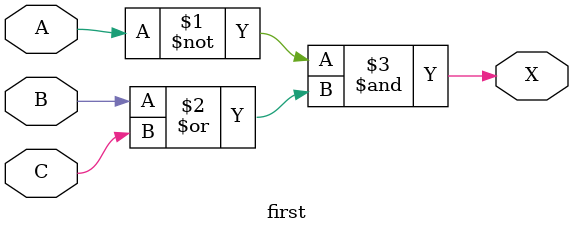
<source format=v>
module first(output X, input A, input B, input C);

assign X=~A&(B|C);

endmodule
</source>
